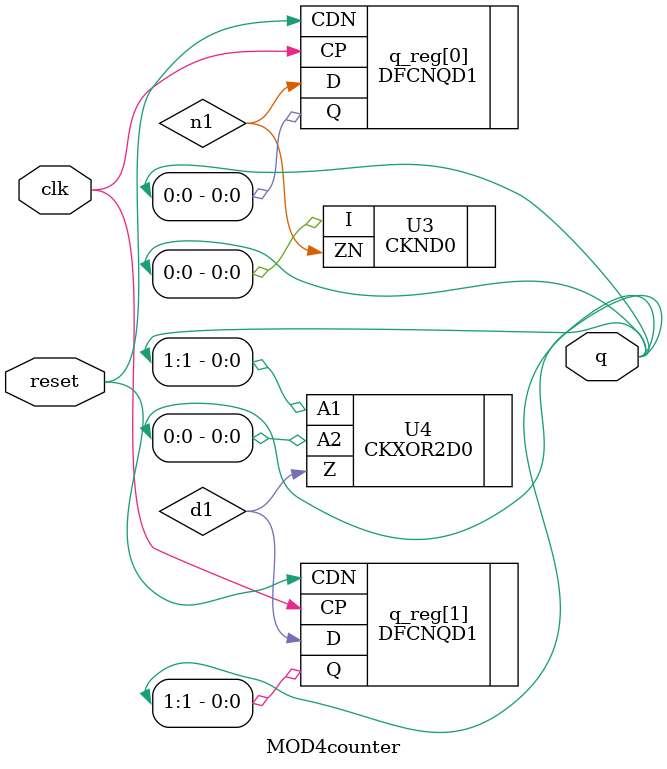
<source format=v>
module MOD4counter ( clk, reset, q );
	output [1:0] q;
	input clk, reset;
	wire   d1, n1;

	DFCNQD1 \q_reg[0]  ( .D(n1), .CP(clk), .CDN(reset), .Q(q[0]) );
	DFCNQD1 \q_reg[1]  ( .D(d1), .CP(clk), .CDN(reset), .Q(q[1]) );
	CKND0 U3 ( .I(q[0]), .ZN(n1) );
	CKXOR2D0 U4 ( .A1(q[1]), .A2(q[0]), .Z(d1) );
endmodule
</source>
